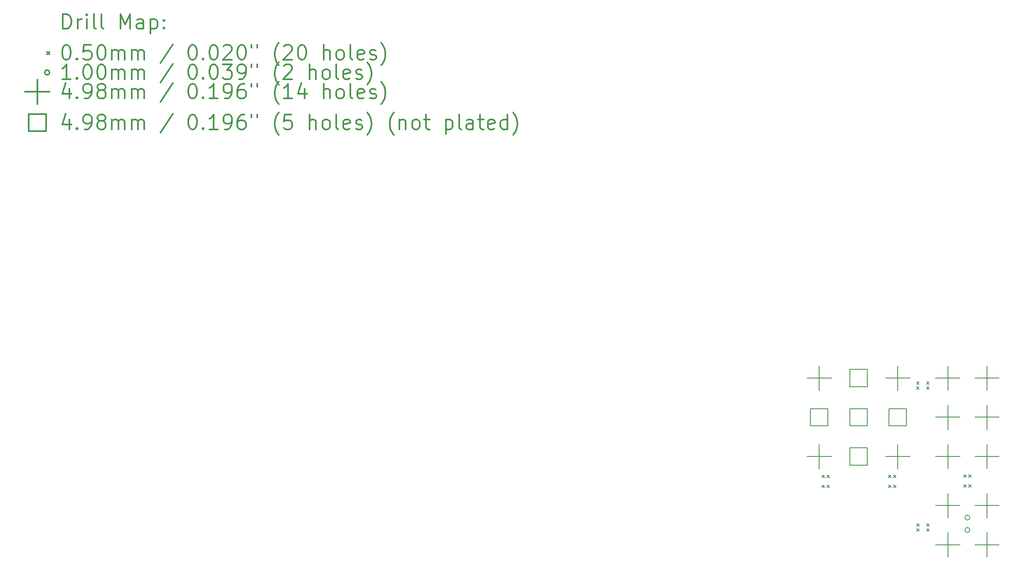
<source format=gbr>
%FSLAX45Y45*%
G04 Gerber Fmt 4.5, Leading zero omitted, Abs format (unit mm)*
G04 Created by KiCad (PCBNEW 4.0.5-e0-6337~49~ubuntu16.04.1) date Thu Feb  9 10:09:38 2017*
%MOMM*%
%LPD*%
G01*
G04 APERTURE LIST*
%ADD10C,0.127000*%
%ADD11C,0.200000*%
%ADD12C,0.300000*%
G04 APERTURE END LIST*
D10*
D11*
X15735200Y-9572400D02*
X15785200Y-9622400D01*
X15785200Y-9572400D02*
X15735200Y-9622400D01*
X15735200Y-9775600D02*
X15785200Y-9825600D01*
X15785200Y-9775600D02*
X15735200Y-9825600D01*
X15836800Y-9572400D02*
X15886800Y-9622400D01*
X15886800Y-9572400D02*
X15836800Y-9622400D01*
X15836800Y-9775600D02*
X15886800Y-9825600D01*
X15886800Y-9775600D02*
X15836800Y-9825600D01*
X17095200Y-9572400D02*
X17145200Y-9622400D01*
X17145200Y-9572400D02*
X17095200Y-9622400D01*
X17095200Y-9775600D02*
X17145200Y-9825600D01*
X17145200Y-9775600D02*
X17095200Y-9825600D01*
X17196800Y-9572400D02*
X17246800Y-9622400D01*
X17246800Y-9572400D02*
X17196800Y-9622400D01*
X17196800Y-9775600D02*
X17246800Y-9825600D01*
X17246800Y-9775600D02*
X17196800Y-9825600D01*
X17663400Y-7666200D02*
X17713400Y-7716200D01*
X17713400Y-7666200D02*
X17663400Y-7716200D01*
X17663400Y-7767800D02*
X17713400Y-7817800D01*
X17713400Y-7767800D02*
X17663400Y-7817800D01*
X17664400Y-10565200D02*
X17714400Y-10615200D01*
X17714400Y-10565200D02*
X17664400Y-10615200D01*
X17664400Y-10666800D02*
X17714400Y-10716800D01*
X17714400Y-10666800D02*
X17664400Y-10716800D01*
X17866600Y-7666200D02*
X17916600Y-7716200D01*
X17916600Y-7666200D02*
X17866600Y-7716200D01*
X17866600Y-7767800D02*
X17916600Y-7817800D01*
X17916600Y-7767800D02*
X17866600Y-7817800D01*
X17867600Y-10565200D02*
X17917600Y-10615200D01*
X17917600Y-10565200D02*
X17867600Y-10615200D01*
X17867600Y-10666800D02*
X17917600Y-10716800D01*
X17917600Y-10666800D02*
X17867600Y-10716800D01*
X18624000Y-9562800D02*
X18674000Y-9612800D01*
X18674000Y-9562800D02*
X18624000Y-9612800D01*
X18624000Y-9766000D02*
X18674000Y-9816000D01*
X18674000Y-9766000D02*
X18624000Y-9816000D01*
X18725600Y-9562800D02*
X18775600Y-9612800D01*
X18775600Y-9562800D02*
X18725600Y-9612800D01*
X18725600Y-9766000D02*
X18775600Y-9816000D01*
X18775600Y-9766000D02*
X18725600Y-9816000D01*
X18749038Y-10437000D02*
G75*
G03X18749038Y-10437000I-50038J0D01*
G01*
X18749038Y-10691000D02*
G75*
G03X18749038Y-10691000I-50038J0D01*
G01*
X15680000Y-7343000D02*
X15680000Y-7841000D01*
X15431000Y-7592000D02*
X15929000Y-7592000D01*
X15680000Y-8943000D02*
X15680000Y-9441000D01*
X15431000Y-9192000D02*
X15929000Y-9192000D01*
X17280000Y-7343000D02*
X17280000Y-7841000D01*
X17031000Y-7592000D02*
X17529000Y-7592000D01*
X17280000Y-8943000D02*
X17280000Y-9441000D01*
X17031000Y-9192000D02*
X17529000Y-9192000D01*
X18299000Y-7341000D02*
X18299000Y-7839000D01*
X18050000Y-7590000D02*
X18548000Y-7590000D01*
X18299000Y-8141000D02*
X18299000Y-8639000D01*
X18050000Y-8390000D02*
X18548000Y-8390000D01*
X18299000Y-8941000D02*
X18299000Y-9439000D01*
X18050000Y-9190000D02*
X18548000Y-9190000D01*
X18299000Y-9942000D02*
X18299000Y-10440000D01*
X18050000Y-10191000D02*
X18548000Y-10191000D01*
X18299000Y-10742000D02*
X18299000Y-11240000D01*
X18050000Y-10991000D02*
X18548000Y-10991000D01*
X19099000Y-7341000D02*
X19099000Y-7839000D01*
X18850000Y-7590000D02*
X19348000Y-7590000D01*
X19099000Y-8141000D02*
X19099000Y-8639000D01*
X18850000Y-8390000D02*
X19348000Y-8390000D01*
X19099000Y-8941000D02*
X19099000Y-9439000D01*
X18850000Y-9190000D02*
X19348000Y-9190000D01*
X19099000Y-9942000D02*
X19099000Y-10440000D01*
X18850000Y-10191000D02*
X19348000Y-10191000D01*
X19099000Y-10742000D02*
X19099000Y-11240000D01*
X18850000Y-10991000D02*
X19348000Y-10991000D01*
X15856071Y-8568071D02*
X15856071Y-8215929D01*
X15503929Y-8215929D01*
X15503929Y-8568071D01*
X15856071Y-8568071D01*
X16656071Y-7768071D02*
X16656071Y-7415929D01*
X16303929Y-7415929D01*
X16303929Y-7768071D01*
X16656071Y-7768071D01*
X16656071Y-8568071D02*
X16656071Y-8215929D01*
X16303929Y-8215929D01*
X16303929Y-8568071D01*
X16656071Y-8568071D01*
X16656071Y-9368071D02*
X16656071Y-9015929D01*
X16303929Y-9015929D01*
X16303929Y-9368071D01*
X16656071Y-9368071D01*
X17456071Y-8568071D02*
X17456071Y-8215929D01*
X17103929Y-8215929D01*
X17103929Y-8568071D01*
X17456071Y-8568071D01*
D12*
X271429Y-465714D02*
X271429Y-165714D01*
X342857Y-165714D01*
X385714Y-180000D01*
X414286Y-208571D01*
X428571Y-237143D01*
X442857Y-294286D01*
X442857Y-337143D01*
X428571Y-394286D01*
X414286Y-422857D01*
X385714Y-451429D01*
X342857Y-465714D01*
X271429Y-465714D01*
X571429Y-465714D02*
X571429Y-265714D01*
X571429Y-322857D02*
X585714Y-294286D01*
X600000Y-280000D01*
X628571Y-265714D01*
X657143Y-265714D01*
X757143Y-465714D02*
X757143Y-265714D01*
X757143Y-165714D02*
X742857Y-180000D01*
X757143Y-194286D01*
X771429Y-180000D01*
X757143Y-165714D01*
X757143Y-194286D01*
X942857Y-465714D02*
X914286Y-451429D01*
X900000Y-422857D01*
X900000Y-165714D01*
X1100000Y-465714D02*
X1071429Y-451429D01*
X1057143Y-422857D01*
X1057143Y-165714D01*
X1442857Y-465714D02*
X1442857Y-165714D01*
X1542857Y-380000D01*
X1642857Y-165714D01*
X1642857Y-465714D01*
X1914286Y-465714D02*
X1914286Y-308571D01*
X1900000Y-280000D01*
X1871429Y-265714D01*
X1814286Y-265714D01*
X1785714Y-280000D01*
X1914286Y-451429D02*
X1885714Y-465714D01*
X1814286Y-465714D01*
X1785714Y-451429D01*
X1771429Y-422857D01*
X1771429Y-394286D01*
X1785714Y-365714D01*
X1814286Y-351429D01*
X1885714Y-351429D01*
X1914286Y-337143D01*
X2057143Y-265714D02*
X2057143Y-565714D01*
X2057143Y-280000D02*
X2085714Y-265714D01*
X2142857Y-265714D01*
X2171429Y-280000D01*
X2185714Y-294286D01*
X2200000Y-322857D01*
X2200000Y-408571D01*
X2185714Y-437143D01*
X2171429Y-451429D01*
X2142857Y-465714D01*
X2085714Y-465714D01*
X2057143Y-451429D01*
X2328572Y-437143D02*
X2342857Y-451429D01*
X2328572Y-465714D01*
X2314286Y-451429D01*
X2328572Y-437143D01*
X2328572Y-465714D01*
X2328572Y-280000D02*
X2342857Y-294286D01*
X2328572Y-308571D01*
X2314286Y-294286D01*
X2328572Y-280000D01*
X2328572Y-308571D01*
X-50000Y-935000D02*
X0Y-985000D01*
X0Y-935000D02*
X-50000Y-985000D01*
X328571Y-795714D02*
X357143Y-795714D01*
X385714Y-810000D01*
X400000Y-824286D01*
X414286Y-852857D01*
X428571Y-910000D01*
X428571Y-981429D01*
X414286Y-1038571D01*
X400000Y-1067143D01*
X385714Y-1081429D01*
X357143Y-1095714D01*
X328571Y-1095714D01*
X300000Y-1081429D01*
X285714Y-1067143D01*
X271429Y-1038571D01*
X257143Y-981429D01*
X257143Y-910000D01*
X271429Y-852857D01*
X285714Y-824286D01*
X300000Y-810000D01*
X328571Y-795714D01*
X557143Y-1067143D02*
X571429Y-1081429D01*
X557143Y-1095714D01*
X542857Y-1081429D01*
X557143Y-1067143D01*
X557143Y-1095714D01*
X842857Y-795714D02*
X700000Y-795714D01*
X685714Y-938571D01*
X700000Y-924286D01*
X728571Y-910000D01*
X800000Y-910000D01*
X828571Y-924286D01*
X842857Y-938571D01*
X857143Y-967143D01*
X857143Y-1038571D01*
X842857Y-1067143D01*
X828571Y-1081429D01*
X800000Y-1095714D01*
X728571Y-1095714D01*
X700000Y-1081429D01*
X685714Y-1067143D01*
X1042857Y-795714D02*
X1071429Y-795714D01*
X1100000Y-810000D01*
X1114286Y-824286D01*
X1128571Y-852857D01*
X1142857Y-910000D01*
X1142857Y-981429D01*
X1128571Y-1038571D01*
X1114286Y-1067143D01*
X1100000Y-1081429D01*
X1071429Y-1095714D01*
X1042857Y-1095714D01*
X1014286Y-1081429D01*
X1000000Y-1067143D01*
X985714Y-1038571D01*
X971429Y-981429D01*
X971429Y-910000D01*
X985714Y-852857D01*
X1000000Y-824286D01*
X1014286Y-810000D01*
X1042857Y-795714D01*
X1271429Y-1095714D02*
X1271429Y-895714D01*
X1271429Y-924286D02*
X1285714Y-910000D01*
X1314286Y-895714D01*
X1357143Y-895714D01*
X1385714Y-910000D01*
X1400000Y-938571D01*
X1400000Y-1095714D01*
X1400000Y-938571D02*
X1414286Y-910000D01*
X1442857Y-895714D01*
X1485714Y-895714D01*
X1514286Y-910000D01*
X1528571Y-938571D01*
X1528571Y-1095714D01*
X1671429Y-1095714D02*
X1671429Y-895714D01*
X1671429Y-924286D02*
X1685714Y-910000D01*
X1714286Y-895714D01*
X1757143Y-895714D01*
X1785714Y-910000D01*
X1800000Y-938571D01*
X1800000Y-1095714D01*
X1800000Y-938571D02*
X1814286Y-910000D01*
X1842857Y-895714D01*
X1885714Y-895714D01*
X1914286Y-910000D01*
X1928571Y-938571D01*
X1928571Y-1095714D01*
X2514286Y-781429D02*
X2257143Y-1167143D01*
X2900000Y-795714D02*
X2928571Y-795714D01*
X2957143Y-810000D01*
X2971428Y-824286D01*
X2985714Y-852857D01*
X3000000Y-910000D01*
X3000000Y-981429D01*
X2985714Y-1038571D01*
X2971428Y-1067143D01*
X2957143Y-1081429D01*
X2928571Y-1095714D01*
X2900000Y-1095714D01*
X2871428Y-1081429D01*
X2857143Y-1067143D01*
X2842857Y-1038571D01*
X2828571Y-981429D01*
X2828571Y-910000D01*
X2842857Y-852857D01*
X2857143Y-824286D01*
X2871428Y-810000D01*
X2900000Y-795714D01*
X3128571Y-1067143D02*
X3142857Y-1081429D01*
X3128571Y-1095714D01*
X3114286Y-1081429D01*
X3128571Y-1067143D01*
X3128571Y-1095714D01*
X3328571Y-795714D02*
X3357143Y-795714D01*
X3385714Y-810000D01*
X3400000Y-824286D01*
X3414286Y-852857D01*
X3428571Y-910000D01*
X3428571Y-981429D01*
X3414286Y-1038571D01*
X3400000Y-1067143D01*
X3385714Y-1081429D01*
X3357143Y-1095714D01*
X3328571Y-1095714D01*
X3300000Y-1081429D01*
X3285714Y-1067143D01*
X3271428Y-1038571D01*
X3257143Y-981429D01*
X3257143Y-910000D01*
X3271428Y-852857D01*
X3285714Y-824286D01*
X3300000Y-810000D01*
X3328571Y-795714D01*
X3542857Y-824286D02*
X3557143Y-810000D01*
X3585714Y-795714D01*
X3657143Y-795714D01*
X3685714Y-810000D01*
X3700000Y-824286D01*
X3714286Y-852857D01*
X3714286Y-881429D01*
X3700000Y-924286D01*
X3528571Y-1095714D01*
X3714286Y-1095714D01*
X3900000Y-795714D02*
X3928571Y-795714D01*
X3957143Y-810000D01*
X3971428Y-824286D01*
X3985714Y-852857D01*
X4000000Y-910000D01*
X4000000Y-981429D01*
X3985714Y-1038571D01*
X3971428Y-1067143D01*
X3957143Y-1081429D01*
X3928571Y-1095714D01*
X3900000Y-1095714D01*
X3871428Y-1081429D01*
X3857143Y-1067143D01*
X3842857Y-1038571D01*
X3828571Y-981429D01*
X3828571Y-910000D01*
X3842857Y-852857D01*
X3857143Y-824286D01*
X3871428Y-810000D01*
X3900000Y-795714D01*
X4114286Y-795714D02*
X4114286Y-852857D01*
X4228571Y-795714D02*
X4228571Y-852857D01*
X4671429Y-1210000D02*
X4657143Y-1195714D01*
X4628571Y-1152857D01*
X4614286Y-1124286D01*
X4600000Y-1081429D01*
X4585714Y-1010000D01*
X4585714Y-952857D01*
X4600000Y-881429D01*
X4614286Y-838571D01*
X4628571Y-810000D01*
X4657143Y-767143D01*
X4671429Y-752857D01*
X4771429Y-824286D02*
X4785714Y-810000D01*
X4814286Y-795714D01*
X4885714Y-795714D01*
X4914286Y-810000D01*
X4928571Y-824286D01*
X4942857Y-852857D01*
X4942857Y-881429D01*
X4928571Y-924286D01*
X4757143Y-1095714D01*
X4942857Y-1095714D01*
X5128571Y-795714D02*
X5157143Y-795714D01*
X5185714Y-810000D01*
X5200000Y-824286D01*
X5214286Y-852857D01*
X5228571Y-910000D01*
X5228571Y-981429D01*
X5214286Y-1038571D01*
X5200000Y-1067143D01*
X5185714Y-1081429D01*
X5157143Y-1095714D01*
X5128571Y-1095714D01*
X5100000Y-1081429D01*
X5085714Y-1067143D01*
X5071429Y-1038571D01*
X5057143Y-981429D01*
X5057143Y-910000D01*
X5071429Y-852857D01*
X5085714Y-824286D01*
X5100000Y-810000D01*
X5128571Y-795714D01*
X5585714Y-1095714D02*
X5585714Y-795714D01*
X5714286Y-1095714D02*
X5714286Y-938571D01*
X5700000Y-910000D01*
X5671428Y-895714D01*
X5628571Y-895714D01*
X5600000Y-910000D01*
X5585714Y-924286D01*
X5900000Y-1095714D02*
X5871428Y-1081429D01*
X5857143Y-1067143D01*
X5842857Y-1038571D01*
X5842857Y-952857D01*
X5857143Y-924286D01*
X5871428Y-910000D01*
X5900000Y-895714D01*
X5942857Y-895714D01*
X5971428Y-910000D01*
X5985714Y-924286D01*
X6000000Y-952857D01*
X6000000Y-1038571D01*
X5985714Y-1067143D01*
X5971428Y-1081429D01*
X5942857Y-1095714D01*
X5900000Y-1095714D01*
X6171428Y-1095714D02*
X6142857Y-1081429D01*
X6128571Y-1052857D01*
X6128571Y-795714D01*
X6400000Y-1081429D02*
X6371429Y-1095714D01*
X6314286Y-1095714D01*
X6285714Y-1081429D01*
X6271429Y-1052857D01*
X6271429Y-938571D01*
X6285714Y-910000D01*
X6314286Y-895714D01*
X6371429Y-895714D01*
X6400000Y-910000D01*
X6414286Y-938571D01*
X6414286Y-967143D01*
X6271429Y-995714D01*
X6528571Y-1081429D02*
X6557143Y-1095714D01*
X6614286Y-1095714D01*
X6642857Y-1081429D01*
X6657143Y-1052857D01*
X6657143Y-1038571D01*
X6642857Y-1010000D01*
X6614286Y-995714D01*
X6571429Y-995714D01*
X6542857Y-981429D01*
X6528571Y-952857D01*
X6528571Y-938571D01*
X6542857Y-910000D01*
X6571429Y-895714D01*
X6614286Y-895714D01*
X6642857Y-910000D01*
X6757143Y-1210000D02*
X6771429Y-1195714D01*
X6800000Y-1152857D01*
X6814286Y-1124286D01*
X6828571Y-1081429D01*
X6842857Y-1010000D01*
X6842857Y-952857D01*
X6828571Y-881429D01*
X6814286Y-838571D01*
X6800000Y-810000D01*
X6771429Y-767143D01*
X6757143Y-752857D01*
X0Y-1356000D02*
G75*
G03X0Y-1356000I-50038J0D01*
G01*
X428571Y-1491714D02*
X257143Y-1491714D01*
X342857Y-1491714D02*
X342857Y-1191714D01*
X314286Y-1234571D01*
X285714Y-1263143D01*
X257143Y-1277429D01*
X557143Y-1463143D02*
X571429Y-1477429D01*
X557143Y-1491714D01*
X542857Y-1477429D01*
X557143Y-1463143D01*
X557143Y-1491714D01*
X757143Y-1191714D02*
X785714Y-1191714D01*
X814286Y-1206000D01*
X828571Y-1220286D01*
X842857Y-1248857D01*
X857143Y-1306000D01*
X857143Y-1377429D01*
X842857Y-1434571D01*
X828571Y-1463143D01*
X814286Y-1477429D01*
X785714Y-1491714D01*
X757143Y-1491714D01*
X728571Y-1477429D01*
X714286Y-1463143D01*
X700000Y-1434571D01*
X685714Y-1377429D01*
X685714Y-1306000D01*
X700000Y-1248857D01*
X714286Y-1220286D01*
X728571Y-1206000D01*
X757143Y-1191714D01*
X1042857Y-1191714D02*
X1071429Y-1191714D01*
X1100000Y-1206000D01*
X1114286Y-1220286D01*
X1128571Y-1248857D01*
X1142857Y-1306000D01*
X1142857Y-1377429D01*
X1128571Y-1434571D01*
X1114286Y-1463143D01*
X1100000Y-1477429D01*
X1071429Y-1491714D01*
X1042857Y-1491714D01*
X1014286Y-1477429D01*
X1000000Y-1463143D01*
X985714Y-1434571D01*
X971429Y-1377429D01*
X971429Y-1306000D01*
X985714Y-1248857D01*
X1000000Y-1220286D01*
X1014286Y-1206000D01*
X1042857Y-1191714D01*
X1271429Y-1491714D02*
X1271429Y-1291714D01*
X1271429Y-1320286D02*
X1285714Y-1306000D01*
X1314286Y-1291714D01*
X1357143Y-1291714D01*
X1385714Y-1306000D01*
X1400000Y-1334571D01*
X1400000Y-1491714D01*
X1400000Y-1334571D02*
X1414286Y-1306000D01*
X1442857Y-1291714D01*
X1485714Y-1291714D01*
X1514286Y-1306000D01*
X1528571Y-1334571D01*
X1528571Y-1491714D01*
X1671429Y-1491714D02*
X1671429Y-1291714D01*
X1671429Y-1320286D02*
X1685714Y-1306000D01*
X1714286Y-1291714D01*
X1757143Y-1291714D01*
X1785714Y-1306000D01*
X1800000Y-1334571D01*
X1800000Y-1491714D01*
X1800000Y-1334571D02*
X1814286Y-1306000D01*
X1842857Y-1291714D01*
X1885714Y-1291714D01*
X1914286Y-1306000D01*
X1928571Y-1334571D01*
X1928571Y-1491714D01*
X2514286Y-1177429D02*
X2257143Y-1563143D01*
X2900000Y-1191714D02*
X2928571Y-1191714D01*
X2957143Y-1206000D01*
X2971428Y-1220286D01*
X2985714Y-1248857D01*
X3000000Y-1306000D01*
X3000000Y-1377429D01*
X2985714Y-1434571D01*
X2971428Y-1463143D01*
X2957143Y-1477429D01*
X2928571Y-1491714D01*
X2900000Y-1491714D01*
X2871428Y-1477429D01*
X2857143Y-1463143D01*
X2842857Y-1434571D01*
X2828571Y-1377429D01*
X2828571Y-1306000D01*
X2842857Y-1248857D01*
X2857143Y-1220286D01*
X2871428Y-1206000D01*
X2900000Y-1191714D01*
X3128571Y-1463143D02*
X3142857Y-1477429D01*
X3128571Y-1491714D01*
X3114286Y-1477429D01*
X3128571Y-1463143D01*
X3128571Y-1491714D01*
X3328571Y-1191714D02*
X3357143Y-1191714D01*
X3385714Y-1206000D01*
X3400000Y-1220286D01*
X3414286Y-1248857D01*
X3428571Y-1306000D01*
X3428571Y-1377429D01*
X3414286Y-1434571D01*
X3400000Y-1463143D01*
X3385714Y-1477429D01*
X3357143Y-1491714D01*
X3328571Y-1491714D01*
X3300000Y-1477429D01*
X3285714Y-1463143D01*
X3271428Y-1434571D01*
X3257143Y-1377429D01*
X3257143Y-1306000D01*
X3271428Y-1248857D01*
X3285714Y-1220286D01*
X3300000Y-1206000D01*
X3328571Y-1191714D01*
X3528571Y-1191714D02*
X3714286Y-1191714D01*
X3614286Y-1306000D01*
X3657143Y-1306000D01*
X3685714Y-1320286D01*
X3700000Y-1334571D01*
X3714286Y-1363143D01*
X3714286Y-1434571D01*
X3700000Y-1463143D01*
X3685714Y-1477429D01*
X3657143Y-1491714D01*
X3571428Y-1491714D01*
X3542857Y-1477429D01*
X3528571Y-1463143D01*
X3857143Y-1491714D02*
X3914286Y-1491714D01*
X3942857Y-1477429D01*
X3957143Y-1463143D01*
X3985714Y-1420286D01*
X4000000Y-1363143D01*
X4000000Y-1248857D01*
X3985714Y-1220286D01*
X3971428Y-1206000D01*
X3942857Y-1191714D01*
X3885714Y-1191714D01*
X3857143Y-1206000D01*
X3842857Y-1220286D01*
X3828571Y-1248857D01*
X3828571Y-1320286D01*
X3842857Y-1348857D01*
X3857143Y-1363143D01*
X3885714Y-1377429D01*
X3942857Y-1377429D01*
X3971428Y-1363143D01*
X3985714Y-1348857D01*
X4000000Y-1320286D01*
X4114286Y-1191714D02*
X4114286Y-1248857D01*
X4228571Y-1191714D02*
X4228571Y-1248857D01*
X4671429Y-1606000D02*
X4657143Y-1591714D01*
X4628571Y-1548857D01*
X4614286Y-1520286D01*
X4600000Y-1477429D01*
X4585714Y-1406000D01*
X4585714Y-1348857D01*
X4600000Y-1277429D01*
X4614286Y-1234571D01*
X4628571Y-1206000D01*
X4657143Y-1163143D01*
X4671429Y-1148857D01*
X4771429Y-1220286D02*
X4785714Y-1206000D01*
X4814286Y-1191714D01*
X4885714Y-1191714D01*
X4914286Y-1206000D01*
X4928571Y-1220286D01*
X4942857Y-1248857D01*
X4942857Y-1277429D01*
X4928571Y-1320286D01*
X4757143Y-1491714D01*
X4942857Y-1491714D01*
X5300000Y-1491714D02*
X5300000Y-1191714D01*
X5428571Y-1491714D02*
X5428571Y-1334571D01*
X5414286Y-1306000D01*
X5385714Y-1291714D01*
X5342857Y-1291714D01*
X5314286Y-1306000D01*
X5300000Y-1320286D01*
X5614286Y-1491714D02*
X5585714Y-1477429D01*
X5571429Y-1463143D01*
X5557143Y-1434571D01*
X5557143Y-1348857D01*
X5571429Y-1320286D01*
X5585714Y-1306000D01*
X5614286Y-1291714D01*
X5657143Y-1291714D01*
X5685714Y-1306000D01*
X5700000Y-1320286D01*
X5714286Y-1348857D01*
X5714286Y-1434571D01*
X5700000Y-1463143D01*
X5685714Y-1477429D01*
X5657143Y-1491714D01*
X5614286Y-1491714D01*
X5885714Y-1491714D02*
X5857143Y-1477429D01*
X5842857Y-1448857D01*
X5842857Y-1191714D01*
X6114286Y-1477429D02*
X6085714Y-1491714D01*
X6028571Y-1491714D01*
X6000000Y-1477429D01*
X5985714Y-1448857D01*
X5985714Y-1334571D01*
X6000000Y-1306000D01*
X6028571Y-1291714D01*
X6085714Y-1291714D01*
X6114286Y-1306000D01*
X6128571Y-1334571D01*
X6128571Y-1363143D01*
X5985714Y-1391714D01*
X6242857Y-1477429D02*
X6271429Y-1491714D01*
X6328571Y-1491714D01*
X6357143Y-1477429D01*
X6371429Y-1448857D01*
X6371429Y-1434571D01*
X6357143Y-1406000D01*
X6328571Y-1391714D01*
X6285714Y-1391714D01*
X6257143Y-1377429D01*
X6242857Y-1348857D01*
X6242857Y-1334571D01*
X6257143Y-1306000D01*
X6285714Y-1291714D01*
X6328571Y-1291714D01*
X6357143Y-1306000D01*
X6471428Y-1606000D02*
X6485714Y-1591714D01*
X6514286Y-1548857D01*
X6528571Y-1520286D01*
X6542857Y-1477429D01*
X6557143Y-1406000D01*
X6557143Y-1348857D01*
X6542857Y-1277429D01*
X6528571Y-1234571D01*
X6514286Y-1206000D01*
X6485714Y-1163143D01*
X6471428Y-1148857D01*
X-249000Y-1503000D02*
X-249000Y-2001000D01*
X-498000Y-1752000D02*
X0Y-1752000D01*
X400000Y-1687714D02*
X400000Y-1887714D01*
X328571Y-1573429D02*
X257143Y-1787714D01*
X442857Y-1787714D01*
X557143Y-1859143D02*
X571429Y-1873429D01*
X557143Y-1887714D01*
X542857Y-1873429D01*
X557143Y-1859143D01*
X557143Y-1887714D01*
X714286Y-1887714D02*
X771428Y-1887714D01*
X800000Y-1873429D01*
X814286Y-1859143D01*
X842857Y-1816286D01*
X857143Y-1759143D01*
X857143Y-1644857D01*
X842857Y-1616286D01*
X828571Y-1602000D01*
X800000Y-1587714D01*
X742857Y-1587714D01*
X714286Y-1602000D01*
X700000Y-1616286D01*
X685714Y-1644857D01*
X685714Y-1716286D01*
X700000Y-1744857D01*
X714286Y-1759143D01*
X742857Y-1773429D01*
X800000Y-1773429D01*
X828571Y-1759143D01*
X842857Y-1744857D01*
X857143Y-1716286D01*
X1028571Y-1716286D02*
X1000000Y-1702000D01*
X985714Y-1687714D01*
X971429Y-1659143D01*
X971429Y-1644857D01*
X985714Y-1616286D01*
X1000000Y-1602000D01*
X1028571Y-1587714D01*
X1085714Y-1587714D01*
X1114286Y-1602000D01*
X1128571Y-1616286D01*
X1142857Y-1644857D01*
X1142857Y-1659143D01*
X1128571Y-1687714D01*
X1114286Y-1702000D01*
X1085714Y-1716286D01*
X1028571Y-1716286D01*
X1000000Y-1730571D01*
X985714Y-1744857D01*
X971429Y-1773429D01*
X971429Y-1830571D01*
X985714Y-1859143D01*
X1000000Y-1873429D01*
X1028571Y-1887714D01*
X1085714Y-1887714D01*
X1114286Y-1873429D01*
X1128571Y-1859143D01*
X1142857Y-1830571D01*
X1142857Y-1773429D01*
X1128571Y-1744857D01*
X1114286Y-1730571D01*
X1085714Y-1716286D01*
X1271429Y-1887714D02*
X1271429Y-1687714D01*
X1271429Y-1716286D02*
X1285714Y-1702000D01*
X1314286Y-1687714D01*
X1357143Y-1687714D01*
X1385714Y-1702000D01*
X1400000Y-1730571D01*
X1400000Y-1887714D01*
X1400000Y-1730571D02*
X1414286Y-1702000D01*
X1442857Y-1687714D01*
X1485714Y-1687714D01*
X1514286Y-1702000D01*
X1528571Y-1730571D01*
X1528571Y-1887714D01*
X1671429Y-1887714D02*
X1671429Y-1687714D01*
X1671429Y-1716286D02*
X1685714Y-1702000D01*
X1714286Y-1687714D01*
X1757143Y-1687714D01*
X1785714Y-1702000D01*
X1800000Y-1730571D01*
X1800000Y-1887714D01*
X1800000Y-1730571D02*
X1814286Y-1702000D01*
X1842857Y-1687714D01*
X1885714Y-1687714D01*
X1914286Y-1702000D01*
X1928571Y-1730571D01*
X1928571Y-1887714D01*
X2514286Y-1573429D02*
X2257143Y-1959143D01*
X2900000Y-1587714D02*
X2928571Y-1587714D01*
X2957143Y-1602000D01*
X2971428Y-1616286D01*
X2985714Y-1644857D01*
X3000000Y-1702000D01*
X3000000Y-1773429D01*
X2985714Y-1830571D01*
X2971428Y-1859143D01*
X2957143Y-1873429D01*
X2928571Y-1887714D01*
X2900000Y-1887714D01*
X2871428Y-1873429D01*
X2857143Y-1859143D01*
X2842857Y-1830571D01*
X2828571Y-1773429D01*
X2828571Y-1702000D01*
X2842857Y-1644857D01*
X2857143Y-1616286D01*
X2871428Y-1602000D01*
X2900000Y-1587714D01*
X3128571Y-1859143D02*
X3142857Y-1873429D01*
X3128571Y-1887714D01*
X3114286Y-1873429D01*
X3128571Y-1859143D01*
X3128571Y-1887714D01*
X3428571Y-1887714D02*
X3257143Y-1887714D01*
X3342857Y-1887714D02*
X3342857Y-1587714D01*
X3314286Y-1630571D01*
X3285714Y-1659143D01*
X3257143Y-1673429D01*
X3571428Y-1887714D02*
X3628571Y-1887714D01*
X3657143Y-1873429D01*
X3671428Y-1859143D01*
X3700000Y-1816286D01*
X3714286Y-1759143D01*
X3714286Y-1644857D01*
X3700000Y-1616286D01*
X3685714Y-1602000D01*
X3657143Y-1587714D01*
X3600000Y-1587714D01*
X3571428Y-1602000D01*
X3557143Y-1616286D01*
X3542857Y-1644857D01*
X3542857Y-1716286D01*
X3557143Y-1744857D01*
X3571428Y-1759143D01*
X3600000Y-1773429D01*
X3657143Y-1773429D01*
X3685714Y-1759143D01*
X3700000Y-1744857D01*
X3714286Y-1716286D01*
X3971428Y-1587714D02*
X3914286Y-1587714D01*
X3885714Y-1602000D01*
X3871428Y-1616286D01*
X3842857Y-1659143D01*
X3828571Y-1716286D01*
X3828571Y-1830571D01*
X3842857Y-1859143D01*
X3857143Y-1873429D01*
X3885714Y-1887714D01*
X3942857Y-1887714D01*
X3971428Y-1873429D01*
X3985714Y-1859143D01*
X4000000Y-1830571D01*
X4000000Y-1759143D01*
X3985714Y-1730571D01*
X3971428Y-1716286D01*
X3942857Y-1702000D01*
X3885714Y-1702000D01*
X3857143Y-1716286D01*
X3842857Y-1730571D01*
X3828571Y-1759143D01*
X4114286Y-1587714D02*
X4114286Y-1644857D01*
X4228571Y-1587714D02*
X4228571Y-1644857D01*
X4671429Y-2002000D02*
X4657143Y-1987714D01*
X4628571Y-1944857D01*
X4614286Y-1916286D01*
X4600000Y-1873429D01*
X4585714Y-1802000D01*
X4585714Y-1744857D01*
X4600000Y-1673429D01*
X4614286Y-1630571D01*
X4628571Y-1602000D01*
X4657143Y-1559143D01*
X4671429Y-1544857D01*
X4942857Y-1887714D02*
X4771429Y-1887714D01*
X4857143Y-1887714D02*
X4857143Y-1587714D01*
X4828571Y-1630571D01*
X4800000Y-1659143D01*
X4771429Y-1673429D01*
X5200000Y-1687714D02*
X5200000Y-1887714D01*
X5128571Y-1573429D02*
X5057143Y-1787714D01*
X5242857Y-1787714D01*
X5585714Y-1887714D02*
X5585714Y-1587714D01*
X5714286Y-1887714D02*
X5714286Y-1730571D01*
X5700000Y-1702000D01*
X5671428Y-1687714D01*
X5628571Y-1687714D01*
X5600000Y-1702000D01*
X5585714Y-1716286D01*
X5900000Y-1887714D02*
X5871428Y-1873429D01*
X5857143Y-1859143D01*
X5842857Y-1830571D01*
X5842857Y-1744857D01*
X5857143Y-1716286D01*
X5871428Y-1702000D01*
X5900000Y-1687714D01*
X5942857Y-1687714D01*
X5971428Y-1702000D01*
X5985714Y-1716286D01*
X6000000Y-1744857D01*
X6000000Y-1830571D01*
X5985714Y-1859143D01*
X5971428Y-1873429D01*
X5942857Y-1887714D01*
X5900000Y-1887714D01*
X6171428Y-1887714D02*
X6142857Y-1873429D01*
X6128571Y-1844857D01*
X6128571Y-1587714D01*
X6400000Y-1873429D02*
X6371429Y-1887714D01*
X6314286Y-1887714D01*
X6285714Y-1873429D01*
X6271429Y-1844857D01*
X6271429Y-1730571D01*
X6285714Y-1702000D01*
X6314286Y-1687714D01*
X6371429Y-1687714D01*
X6400000Y-1702000D01*
X6414286Y-1730571D01*
X6414286Y-1759143D01*
X6271429Y-1787714D01*
X6528571Y-1873429D02*
X6557143Y-1887714D01*
X6614286Y-1887714D01*
X6642857Y-1873429D01*
X6657143Y-1844857D01*
X6657143Y-1830571D01*
X6642857Y-1802000D01*
X6614286Y-1787714D01*
X6571429Y-1787714D01*
X6542857Y-1773429D01*
X6528571Y-1744857D01*
X6528571Y-1730571D01*
X6542857Y-1702000D01*
X6571429Y-1687714D01*
X6614286Y-1687714D01*
X6642857Y-1702000D01*
X6757143Y-2002000D02*
X6771429Y-1987714D01*
X6800000Y-1944857D01*
X6814286Y-1916286D01*
X6828571Y-1873429D01*
X6842857Y-1802000D01*
X6842857Y-1744857D01*
X6828571Y-1673429D01*
X6814286Y-1630571D01*
X6800000Y-1602000D01*
X6771429Y-1559143D01*
X6757143Y-1544857D01*
X-72929Y-2556071D02*
X-72929Y-2203929D01*
X-425071Y-2203929D01*
X-425071Y-2556071D01*
X-72929Y-2556071D01*
X400000Y-2315714D02*
X400000Y-2515714D01*
X328571Y-2201429D02*
X257143Y-2415714D01*
X442857Y-2415714D01*
X557143Y-2487143D02*
X571429Y-2501429D01*
X557143Y-2515714D01*
X542857Y-2501429D01*
X557143Y-2487143D01*
X557143Y-2515714D01*
X714286Y-2515714D02*
X771428Y-2515714D01*
X800000Y-2501429D01*
X814286Y-2487143D01*
X842857Y-2444286D01*
X857143Y-2387143D01*
X857143Y-2272857D01*
X842857Y-2244286D01*
X828571Y-2230000D01*
X800000Y-2215714D01*
X742857Y-2215714D01*
X714286Y-2230000D01*
X700000Y-2244286D01*
X685714Y-2272857D01*
X685714Y-2344286D01*
X700000Y-2372857D01*
X714286Y-2387143D01*
X742857Y-2401429D01*
X800000Y-2401429D01*
X828571Y-2387143D01*
X842857Y-2372857D01*
X857143Y-2344286D01*
X1028571Y-2344286D02*
X1000000Y-2330000D01*
X985714Y-2315714D01*
X971429Y-2287143D01*
X971429Y-2272857D01*
X985714Y-2244286D01*
X1000000Y-2230000D01*
X1028571Y-2215714D01*
X1085714Y-2215714D01*
X1114286Y-2230000D01*
X1128571Y-2244286D01*
X1142857Y-2272857D01*
X1142857Y-2287143D01*
X1128571Y-2315714D01*
X1114286Y-2330000D01*
X1085714Y-2344286D01*
X1028571Y-2344286D01*
X1000000Y-2358571D01*
X985714Y-2372857D01*
X971429Y-2401429D01*
X971429Y-2458571D01*
X985714Y-2487143D01*
X1000000Y-2501429D01*
X1028571Y-2515714D01*
X1085714Y-2515714D01*
X1114286Y-2501429D01*
X1128571Y-2487143D01*
X1142857Y-2458571D01*
X1142857Y-2401429D01*
X1128571Y-2372857D01*
X1114286Y-2358571D01*
X1085714Y-2344286D01*
X1271429Y-2515714D02*
X1271429Y-2315714D01*
X1271429Y-2344286D02*
X1285714Y-2330000D01*
X1314286Y-2315714D01*
X1357143Y-2315714D01*
X1385714Y-2330000D01*
X1400000Y-2358571D01*
X1400000Y-2515714D01*
X1400000Y-2358571D02*
X1414286Y-2330000D01*
X1442857Y-2315714D01*
X1485714Y-2315714D01*
X1514286Y-2330000D01*
X1528571Y-2358571D01*
X1528571Y-2515714D01*
X1671429Y-2515714D02*
X1671429Y-2315714D01*
X1671429Y-2344286D02*
X1685714Y-2330000D01*
X1714286Y-2315714D01*
X1757143Y-2315714D01*
X1785714Y-2330000D01*
X1800000Y-2358571D01*
X1800000Y-2515714D01*
X1800000Y-2358571D02*
X1814286Y-2330000D01*
X1842857Y-2315714D01*
X1885714Y-2315714D01*
X1914286Y-2330000D01*
X1928571Y-2358571D01*
X1928571Y-2515714D01*
X2514286Y-2201429D02*
X2257143Y-2587143D01*
X2900000Y-2215714D02*
X2928571Y-2215714D01*
X2957143Y-2230000D01*
X2971428Y-2244286D01*
X2985714Y-2272857D01*
X3000000Y-2330000D01*
X3000000Y-2401429D01*
X2985714Y-2458571D01*
X2971428Y-2487143D01*
X2957143Y-2501429D01*
X2928571Y-2515714D01*
X2900000Y-2515714D01*
X2871428Y-2501429D01*
X2857143Y-2487143D01*
X2842857Y-2458571D01*
X2828571Y-2401429D01*
X2828571Y-2330000D01*
X2842857Y-2272857D01*
X2857143Y-2244286D01*
X2871428Y-2230000D01*
X2900000Y-2215714D01*
X3128571Y-2487143D02*
X3142857Y-2501429D01*
X3128571Y-2515714D01*
X3114286Y-2501429D01*
X3128571Y-2487143D01*
X3128571Y-2515714D01*
X3428571Y-2515714D02*
X3257143Y-2515714D01*
X3342857Y-2515714D02*
X3342857Y-2215714D01*
X3314286Y-2258571D01*
X3285714Y-2287143D01*
X3257143Y-2301429D01*
X3571428Y-2515714D02*
X3628571Y-2515714D01*
X3657143Y-2501429D01*
X3671428Y-2487143D01*
X3700000Y-2444286D01*
X3714286Y-2387143D01*
X3714286Y-2272857D01*
X3700000Y-2244286D01*
X3685714Y-2230000D01*
X3657143Y-2215714D01*
X3600000Y-2215714D01*
X3571428Y-2230000D01*
X3557143Y-2244286D01*
X3542857Y-2272857D01*
X3542857Y-2344286D01*
X3557143Y-2372857D01*
X3571428Y-2387143D01*
X3600000Y-2401429D01*
X3657143Y-2401429D01*
X3685714Y-2387143D01*
X3700000Y-2372857D01*
X3714286Y-2344286D01*
X3971428Y-2215714D02*
X3914286Y-2215714D01*
X3885714Y-2230000D01*
X3871428Y-2244286D01*
X3842857Y-2287143D01*
X3828571Y-2344286D01*
X3828571Y-2458571D01*
X3842857Y-2487143D01*
X3857143Y-2501429D01*
X3885714Y-2515714D01*
X3942857Y-2515714D01*
X3971428Y-2501429D01*
X3985714Y-2487143D01*
X4000000Y-2458571D01*
X4000000Y-2387143D01*
X3985714Y-2358571D01*
X3971428Y-2344286D01*
X3942857Y-2330000D01*
X3885714Y-2330000D01*
X3857143Y-2344286D01*
X3842857Y-2358571D01*
X3828571Y-2387143D01*
X4114286Y-2215714D02*
X4114286Y-2272857D01*
X4228571Y-2215714D02*
X4228571Y-2272857D01*
X4671429Y-2630000D02*
X4657143Y-2615714D01*
X4628571Y-2572857D01*
X4614286Y-2544286D01*
X4600000Y-2501429D01*
X4585714Y-2430000D01*
X4585714Y-2372857D01*
X4600000Y-2301429D01*
X4614286Y-2258571D01*
X4628571Y-2230000D01*
X4657143Y-2187143D01*
X4671429Y-2172857D01*
X4928571Y-2215714D02*
X4785714Y-2215714D01*
X4771429Y-2358571D01*
X4785714Y-2344286D01*
X4814286Y-2330000D01*
X4885714Y-2330000D01*
X4914286Y-2344286D01*
X4928571Y-2358571D01*
X4942857Y-2387143D01*
X4942857Y-2458571D01*
X4928571Y-2487143D01*
X4914286Y-2501429D01*
X4885714Y-2515714D01*
X4814286Y-2515714D01*
X4785714Y-2501429D01*
X4771429Y-2487143D01*
X5300000Y-2515714D02*
X5300000Y-2215714D01*
X5428571Y-2515714D02*
X5428571Y-2358571D01*
X5414286Y-2330000D01*
X5385714Y-2315714D01*
X5342857Y-2315714D01*
X5314286Y-2330000D01*
X5300000Y-2344286D01*
X5614286Y-2515714D02*
X5585714Y-2501429D01*
X5571429Y-2487143D01*
X5557143Y-2458571D01*
X5557143Y-2372857D01*
X5571429Y-2344286D01*
X5585714Y-2330000D01*
X5614286Y-2315714D01*
X5657143Y-2315714D01*
X5685714Y-2330000D01*
X5700000Y-2344286D01*
X5714286Y-2372857D01*
X5714286Y-2458571D01*
X5700000Y-2487143D01*
X5685714Y-2501429D01*
X5657143Y-2515714D01*
X5614286Y-2515714D01*
X5885714Y-2515714D02*
X5857143Y-2501429D01*
X5842857Y-2472857D01*
X5842857Y-2215714D01*
X6114286Y-2501429D02*
X6085714Y-2515714D01*
X6028571Y-2515714D01*
X6000000Y-2501429D01*
X5985714Y-2472857D01*
X5985714Y-2358571D01*
X6000000Y-2330000D01*
X6028571Y-2315714D01*
X6085714Y-2315714D01*
X6114286Y-2330000D01*
X6128571Y-2358571D01*
X6128571Y-2387143D01*
X5985714Y-2415714D01*
X6242857Y-2501429D02*
X6271429Y-2515714D01*
X6328571Y-2515714D01*
X6357143Y-2501429D01*
X6371429Y-2472857D01*
X6371429Y-2458571D01*
X6357143Y-2430000D01*
X6328571Y-2415714D01*
X6285714Y-2415714D01*
X6257143Y-2401429D01*
X6242857Y-2372857D01*
X6242857Y-2358571D01*
X6257143Y-2330000D01*
X6285714Y-2315714D01*
X6328571Y-2315714D01*
X6357143Y-2330000D01*
X6471428Y-2630000D02*
X6485714Y-2615714D01*
X6514286Y-2572857D01*
X6528571Y-2544286D01*
X6542857Y-2501429D01*
X6557143Y-2430000D01*
X6557143Y-2372857D01*
X6542857Y-2301429D01*
X6528571Y-2258571D01*
X6514286Y-2230000D01*
X6485714Y-2187143D01*
X6471428Y-2172857D01*
X7014286Y-2630000D02*
X7000000Y-2615714D01*
X6971428Y-2572857D01*
X6957143Y-2544286D01*
X6942857Y-2501429D01*
X6928571Y-2430000D01*
X6928571Y-2372857D01*
X6942857Y-2301429D01*
X6957143Y-2258571D01*
X6971428Y-2230000D01*
X7000000Y-2187143D01*
X7014286Y-2172857D01*
X7128571Y-2315714D02*
X7128571Y-2515714D01*
X7128571Y-2344286D02*
X7142857Y-2330000D01*
X7171428Y-2315714D01*
X7214286Y-2315714D01*
X7242857Y-2330000D01*
X7257143Y-2358571D01*
X7257143Y-2515714D01*
X7442857Y-2515714D02*
X7414286Y-2501429D01*
X7400000Y-2487143D01*
X7385714Y-2458571D01*
X7385714Y-2372857D01*
X7400000Y-2344286D01*
X7414286Y-2330000D01*
X7442857Y-2315714D01*
X7485714Y-2315714D01*
X7514286Y-2330000D01*
X7528571Y-2344286D01*
X7542857Y-2372857D01*
X7542857Y-2458571D01*
X7528571Y-2487143D01*
X7514286Y-2501429D01*
X7485714Y-2515714D01*
X7442857Y-2515714D01*
X7628571Y-2315714D02*
X7742857Y-2315714D01*
X7671429Y-2215714D02*
X7671429Y-2472857D01*
X7685714Y-2501429D01*
X7714286Y-2515714D01*
X7742857Y-2515714D01*
X8071429Y-2315714D02*
X8071429Y-2615714D01*
X8071429Y-2330000D02*
X8100000Y-2315714D01*
X8157143Y-2315714D01*
X8185714Y-2330000D01*
X8200000Y-2344286D01*
X8214286Y-2372857D01*
X8214286Y-2458571D01*
X8200000Y-2487143D01*
X8185714Y-2501429D01*
X8157143Y-2515714D01*
X8100000Y-2515714D01*
X8071429Y-2501429D01*
X8385714Y-2515714D02*
X8357143Y-2501429D01*
X8342857Y-2472857D01*
X8342857Y-2215714D01*
X8628572Y-2515714D02*
X8628572Y-2358571D01*
X8614286Y-2330000D01*
X8585714Y-2315714D01*
X8528572Y-2315714D01*
X8500000Y-2330000D01*
X8628572Y-2501429D02*
X8600000Y-2515714D01*
X8528572Y-2515714D01*
X8500000Y-2501429D01*
X8485714Y-2472857D01*
X8485714Y-2444286D01*
X8500000Y-2415714D01*
X8528572Y-2401429D01*
X8600000Y-2401429D01*
X8628572Y-2387143D01*
X8728572Y-2315714D02*
X8842857Y-2315714D01*
X8771429Y-2215714D02*
X8771429Y-2472857D01*
X8785714Y-2501429D01*
X8814286Y-2515714D01*
X8842857Y-2515714D01*
X9057143Y-2501429D02*
X9028572Y-2515714D01*
X8971429Y-2515714D01*
X8942857Y-2501429D01*
X8928572Y-2472857D01*
X8928572Y-2358571D01*
X8942857Y-2330000D01*
X8971429Y-2315714D01*
X9028572Y-2315714D01*
X9057143Y-2330000D01*
X9071429Y-2358571D01*
X9071429Y-2387143D01*
X8928572Y-2415714D01*
X9328572Y-2515714D02*
X9328572Y-2215714D01*
X9328572Y-2501429D02*
X9300000Y-2515714D01*
X9242857Y-2515714D01*
X9214286Y-2501429D01*
X9200000Y-2487143D01*
X9185715Y-2458571D01*
X9185715Y-2372857D01*
X9200000Y-2344286D01*
X9214286Y-2330000D01*
X9242857Y-2315714D01*
X9300000Y-2315714D01*
X9328572Y-2330000D01*
X9442857Y-2630000D02*
X9457143Y-2615714D01*
X9485715Y-2572857D01*
X9500000Y-2544286D01*
X9514286Y-2501429D01*
X9528572Y-2430000D01*
X9528572Y-2372857D01*
X9514286Y-2301429D01*
X9500000Y-2258571D01*
X9485715Y-2230000D01*
X9457143Y-2187143D01*
X9442857Y-2172857D01*
M02*

</source>
